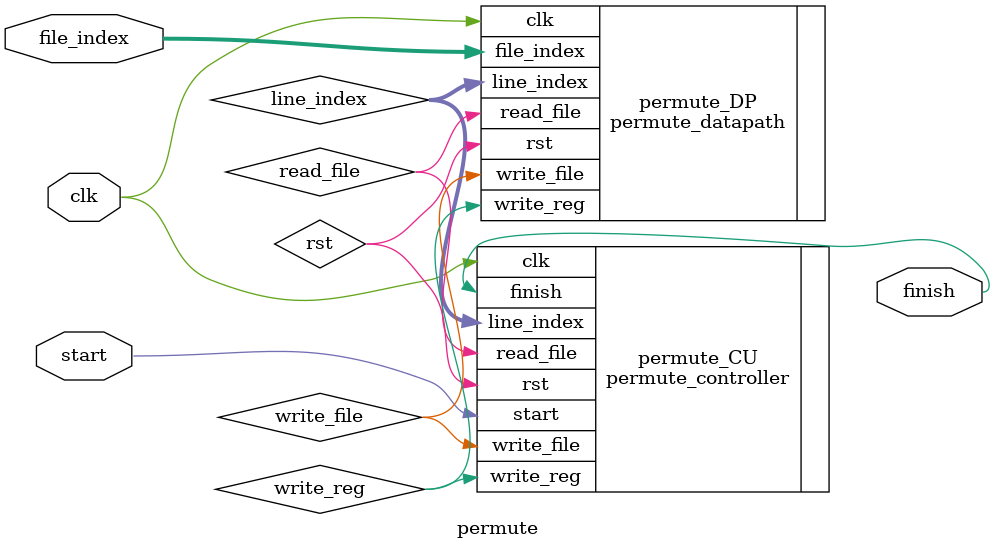
<source format=v>
`timescale 1ns/1ns

module permute(clk, start, finish, file_index);

    input clk, start;
    input [9:0] file_index;

    output finish;

    wire rst, read_file, write_file, write_reg;
    wire [5:0] line_index;

    permute_datapath permute_DP(.clk(clk), .rst(rst), 
                .read_file(read_file), .file_index(file_index), 
                .line_index(line_index), .write_reg(write_reg), 
                .write_file(write_file));

    permute_controller permute_CU(.clk(clk), .rst(rst), 
                .start(start), .finish(finish),
                .read_file(read_file), .write_file(write_file),
                .line_index(line_index), .write_reg(write_reg));

endmodule
</source>
